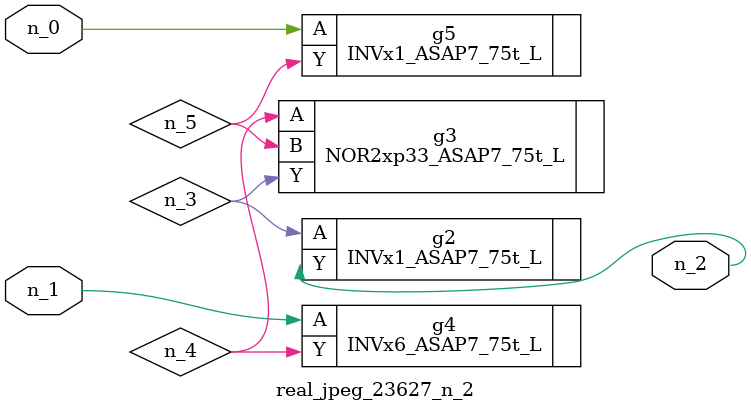
<source format=v>
module real_jpeg_23627_n_2 (n_1, n_0, n_2);

input n_1;
input n_0;

output n_2;

wire n_5;
wire n_4;
wire n_3;

INVx1_ASAP7_75t_L g5 ( 
.A(n_0),
.Y(n_5)
);

INVx6_ASAP7_75t_L g4 ( 
.A(n_1),
.Y(n_4)
);

INVx1_ASAP7_75t_L g2 ( 
.A(n_3),
.Y(n_2)
);

NOR2xp33_ASAP7_75t_L g3 ( 
.A(n_4),
.B(n_5),
.Y(n_3)
);


endmodule
</source>
